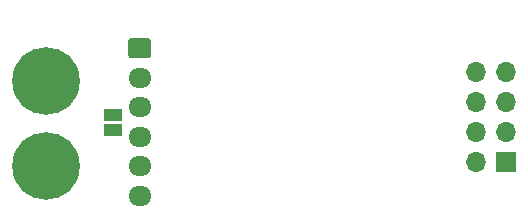
<source format=gbs>
G04 #@! TF.GenerationSoftware,KiCad,Pcbnew,(5.1.10)-1*
G04 #@! TF.CreationDate,2021-09-05T18:13:48+09:00*
G04 #@! TF.ProjectId,CellBalancing_BQ77915_5S,43656c6c-4261-46c6-916e-63696e675f42,rev?*
G04 #@! TF.SameCoordinates,Original*
G04 #@! TF.FileFunction,Soldermask,Bot*
G04 #@! TF.FilePolarity,Negative*
%FSLAX46Y46*%
G04 Gerber Fmt 4.6, Leading zero omitted, Abs format (unit mm)*
G04 Created by KiCad (PCBNEW (5.1.10)-1) date 2021-09-05 18:13:48*
%MOMM*%
%LPD*%
G01*
G04 APERTURE LIST*
%ADD10R,1.500000X1.000000*%
%ADD11O,1.700000X1.700000*%
%ADD12R,1.700000X1.700000*%
%ADD13C,5.719200*%
%ADD14O,1.950000X1.700000*%
G04 APERTURE END LIST*
D10*
X120700000Y-105950000D03*
X120700000Y-107250000D03*
D11*
X151460000Y-102280000D03*
X154000000Y-102280000D03*
X151460000Y-104820000D03*
X154000000Y-104820000D03*
X151460000Y-107360000D03*
X154000000Y-107360000D03*
X151460000Y-109900000D03*
D12*
X154000000Y-109900000D03*
D13*
X115100000Y-110300000D03*
X115100000Y-103100000D03*
G36*
G01*
X122275000Y-99450000D02*
X123725000Y-99450000D01*
G75*
G02*
X123975000Y-99700000I0J-250000D01*
G01*
X123975000Y-100900000D01*
G75*
G02*
X123725000Y-101150000I-250000J0D01*
G01*
X122275000Y-101150000D01*
G75*
G02*
X122025000Y-100900000I0J250000D01*
G01*
X122025000Y-99700000D01*
G75*
G02*
X122275000Y-99450000I250000J0D01*
G01*
G37*
D14*
X123000000Y-102800000D03*
X123000000Y-105300000D03*
X123000000Y-107800000D03*
X123000000Y-110300000D03*
X123000000Y-112800000D03*
M02*

</source>
